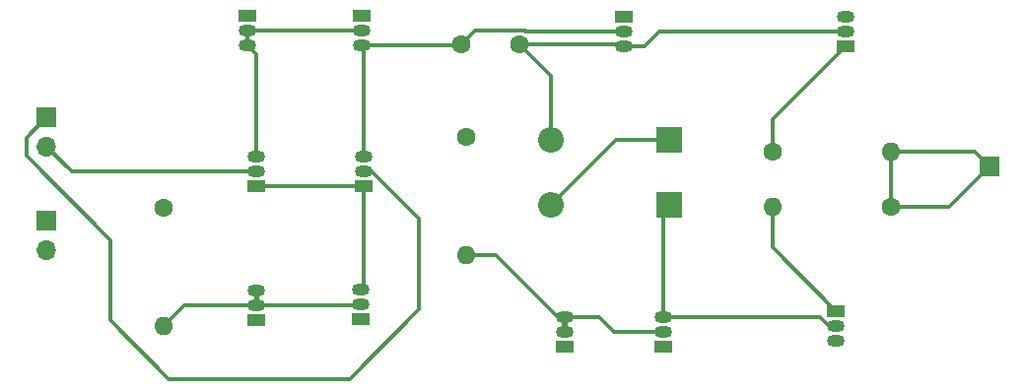
<source format=gbr>
%TF.GenerationSoftware,KiCad,Pcbnew,8.0.4*%
%TF.CreationDate,2024-10-21T15:09:54+02:00*%
%TF.ProjectId,GiugAmp_301,47697567-416d-4705-9f33-30312e6b6963,rev?*%
%TF.SameCoordinates,Original*%
%TF.FileFunction,Copper,L1,Top*%
%TF.FilePolarity,Positive*%
%FSLAX46Y46*%
G04 Gerber Fmt 4.6, Leading zero omitted, Abs format (unit mm)*
G04 Created by KiCad (PCBNEW 8.0.4) date 2024-10-21 15:09:54*
%MOMM*%
%LPD*%
G01*
G04 APERTURE LIST*
%TA.AperFunction,ComponentPad*%
%ADD10R,1.700000X1.700000*%
%TD*%
%TA.AperFunction,ComponentPad*%
%ADD11O,1.700000X1.700000*%
%TD*%
%TA.AperFunction,ComponentPad*%
%ADD12R,2.200000X2.200000*%
%TD*%
%TA.AperFunction,ComponentPad*%
%ADD13O,2.200000X2.200000*%
%TD*%
%TA.AperFunction,ComponentPad*%
%ADD14R,1.500000X1.050000*%
%TD*%
%TA.AperFunction,ComponentPad*%
%ADD15O,1.500000X1.050000*%
%TD*%
%TA.AperFunction,ComponentPad*%
%ADD16C,1.600000*%
%TD*%
%TA.AperFunction,ComponentPad*%
%ADD17O,1.600000X1.600000*%
%TD*%
%TA.AperFunction,Conductor*%
%ADD18C,0.350000*%
%TD*%
%TA.AperFunction,Conductor*%
%ADD19C,0.300000*%
%TD*%
%TA.AperFunction,Conductor*%
%ADD20C,0.400000*%
%TD*%
%TA.AperFunction,Conductor*%
%ADD21C,0.500000*%
%TD*%
G04 APERTURE END LIST*
D10*
%TO.P,PWR_IN,1,Pin_1*%
%TO.N,VCC*%
X76000000Y-81125000D03*
D11*
%TO.P,PWR_IN,2,Pin_2*%
%TO.N,VEE*%
X76000000Y-83665000D03*
%TD*%
D10*
%TO.P,OUT,1,Pin_1*%
%TO.N,OUT*%
X157000000Y-76500000D03*
%TD*%
D12*
%TO.P,D2,1,K*%
%TO.N,Net-(D2-K)*%
X129480000Y-79800000D03*
D13*
%TO.P,D2,2,A*%
%TO.N,Net-(D1-K)*%
X119320000Y-79800000D03*
%TD*%
D14*
%TO.P,Q8,1,E*%
%TO.N,Net-(Q8-E)*%
X144600000Y-66140000D03*
D15*
%TO.P,Q8,2,B*%
%TO.N,Net-(D1-A)*%
X144600000Y-64870000D03*
%TO.P,Q8,3,C*%
%TO.N,VCC*%
X144600000Y-63600000D03*
%TD*%
D14*
%TO.P,Q3,1,E*%
%TO.N,Net-(Q3-E)*%
X94000000Y-78200000D03*
D15*
%TO.P,Q3,2,B*%
%TO.N,V-*%
X94000000Y-76930000D03*
%TO.P,Q3,3,C*%
%TO.N,Net-(Q1-B)*%
X94000000Y-75660000D03*
%TD*%
D14*
%TO.P,Q6,1,E*%
%TO.N,VEE*%
X94000000Y-89670000D03*
D15*
%TO.P,Q6,2,B*%
%TO.N,Net-(Q5-B)*%
X94000000Y-88400000D03*
%TO.P,Q6,3,C*%
X94000000Y-87130000D03*
%TD*%
D14*
%TO.P,Q10,1,E*%
%TO.N,VEE*%
X129000000Y-92000000D03*
D15*
%TO.P,Q10,2,B*%
%TO.N,Net-(Q10-B)*%
X129000000Y-90730000D03*
%TO.P,Q10,3,C*%
%TO.N,Net-(D2-K)*%
X129000000Y-89460000D03*
%TD*%
D14*
%TO.P,Q9,1,E*%
%TO.N,VEE*%
X120500000Y-92000000D03*
D15*
%TO.P,Q9,2,B*%
%TO.N,Net-(Q10-B)*%
X120500000Y-90730000D03*
%TO.P,Q9,3,C*%
X120500000Y-89460000D03*
%TD*%
D14*
%TO.P,Q7,1,E*%
%TO.N,VCC*%
X125600000Y-63600000D03*
D15*
%TO.P,Q7,2,B*%
%TO.N,Net-(Q2-C)*%
X125600000Y-64870000D03*
%TO.P,Q7,3,C*%
%TO.N,Net-(D1-A)*%
X125600000Y-66140000D03*
%TD*%
D14*
%TO.P,Q11,1,E*%
%TO.N,Net-(Q11-E)*%
X143800000Y-88930000D03*
D15*
%TO.P,Q11,2,B*%
%TO.N,Net-(D2-K)*%
X143800000Y-90200000D03*
%TO.P,Q11,3,C*%
%TO.N,VEE*%
X143800000Y-91470000D03*
%TD*%
D12*
%TO.P,D1,1,K*%
%TO.N,Net-(D1-K)*%
X129480000Y-74200000D03*
D13*
%TO.P,D1,2,A*%
%TO.N,Net-(D1-A)*%
X119320000Y-74200000D03*
%TD*%
D16*
%TO.P,C1,2*%
%TO.N,Net-(Q2-C)*%
X111600000Y-66000000D03*
%TO.P,C1,1*%
%TO.N,Net-(D1-A)*%
X116600000Y-66000000D03*
%TD*%
D14*
%TO.P,Q2,1,E*%
%TO.N,VCC*%
X103040000Y-63530000D03*
D15*
%TO.P,Q2,2,B*%
%TO.N,Net-(Q1-B)*%
X103040000Y-64800000D03*
%TO.P,Q2,3,C*%
%TO.N,Net-(Q2-C)*%
X103040000Y-66070000D03*
%TD*%
D16*
%TO.P,R3,1*%
%TO.N,Net-(Q8-E)*%
X138320000Y-75200000D03*
D17*
%TO.P,R3,2*%
%TO.N,OUT*%
X148480000Y-75200000D03*
%TD*%
D16*
%TO.P,R1,1*%
%TO.N,VCC*%
X86000000Y-80040000D03*
D17*
%TO.P,R1,2*%
%TO.N,Net-(Q5-B)*%
X86000000Y-90200000D03*
%TD*%
D15*
%TO.P,Q4,3,C*%
%TO.N,Net-(Q2-C)*%
X103200000Y-75660000D03*
%TO.P,Q4,2,B*%
%TO.N,V+*%
X103200000Y-76930000D03*
D14*
%TO.P,Q4,1,E*%
%TO.N,Net-(Q3-E)*%
X103200000Y-78200000D03*
%TD*%
D10*
%TO.P,IN,1,Pin_1*%
%TO.N,V+*%
X76000000Y-72260000D03*
D11*
%TO.P,IN,2,Pin_2*%
%TO.N,V-*%
X76000000Y-74800000D03*
%TD*%
D14*
%TO.P,Q1,1,E*%
%TO.N,VCC*%
X93240000Y-63530000D03*
D15*
%TO.P,Q1,2,B*%
%TO.N,Net-(Q1-B)*%
X93240000Y-64800000D03*
%TO.P,Q1,3,C*%
X93240000Y-66070000D03*
%TD*%
D16*
%TO.P,R4,1*%
%TO.N,OUT*%
X148480000Y-80000000D03*
D17*
%TO.P,R4,2*%
%TO.N,Net-(Q11-E)*%
X138320000Y-80000000D03*
%TD*%
D14*
%TO.P,Q5,1,E*%
%TO.N,VEE*%
X103000000Y-89600000D03*
D15*
%TO.P,Q5,2,B*%
%TO.N,Net-(Q5-B)*%
X103000000Y-88330000D03*
%TO.P,Q5,3,C*%
%TO.N,Net-(Q3-E)*%
X103000000Y-87060000D03*
%TD*%
D16*
%TO.P,R2,1*%
%TO.N,VCC*%
X112000000Y-74000000D03*
D17*
%TO.P,R2,2*%
%TO.N,Net-(Q10-B)*%
X112000000Y-84160000D03*
%TD*%
D18*
%TO.N,V+*%
X74250000Y-74010000D02*
X76000000Y-72260000D01*
X74250000Y-75600000D02*
X74250000Y-74010000D01*
X81500000Y-82850000D02*
X74250000Y-75600000D01*
X81500000Y-89750000D02*
X81500000Y-82850000D01*
X108000000Y-88750000D02*
X102000000Y-94750000D01*
X102000000Y-94750000D02*
X86500000Y-94750000D01*
X108000000Y-81025000D02*
X108000000Y-88750000D01*
X86500000Y-94750000D02*
X81500000Y-89750000D01*
X103905000Y-76930000D02*
X108000000Y-81025000D01*
X103200000Y-76930000D02*
X103905000Y-76930000D01*
D19*
%TO.N,Net-(D1-A)*%
X119320000Y-74200000D02*
X119320000Y-68720000D01*
X125460000Y-66000000D02*
X125600000Y-66140000D01*
X119320000Y-68720000D02*
X116600000Y-66000000D01*
X125600000Y-66140000D02*
X127350000Y-66140000D01*
X128620000Y-64870000D02*
X144600000Y-64870000D01*
X127350000Y-66140000D02*
X128620000Y-64870000D01*
X116600000Y-66000000D02*
X125460000Y-66000000D01*
%TO.N,Net-(D1-K)*%
X129480000Y-74200000D02*
X124920000Y-74200000D01*
X124920000Y-74200000D02*
X119320000Y-79800000D01*
%TO.N,Net-(D2-K)*%
X143200000Y-90200000D02*
X143800000Y-90200000D01*
X129000000Y-80280000D02*
X129480000Y-79800000D01*
X129000000Y-89460000D02*
X142460000Y-89460000D01*
X129000000Y-89460000D02*
X129000000Y-80280000D01*
X142460000Y-89460000D02*
X143200000Y-90200000D01*
%TO.N,V-*%
X76000000Y-74800000D02*
X78130000Y-76930000D01*
X78130000Y-76930000D02*
X94000000Y-76930000D01*
%TO.N,OUT*%
X155700000Y-75200000D02*
X157000000Y-76500000D01*
X148480000Y-80000000D02*
X148480000Y-75200000D01*
X148480000Y-75200000D02*
X155700000Y-75200000D01*
X153500000Y-80000000D02*
X157000000Y-76500000D01*
X148480000Y-80000000D02*
X153500000Y-80000000D01*
%TO.N,Net-(Q1-B)*%
X93240000Y-66070000D02*
X93240000Y-64800000D01*
X93240000Y-64800000D02*
X103040000Y-64800000D01*
X94000000Y-66830000D02*
X93240000Y-66070000D01*
X94000000Y-75660000D02*
X94000000Y-66830000D01*
%TO.N,Net-(Q2-C)*%
X125600000Y-64870000D02*
X117096346Y-64870000D01*
X117076346Y-64850000D02*
X112750000Y-64850000D01*
X112750000Y-64850000D02*
X111600000Y-66000000D01*
X111530000Y-66070000D02*
X111600000Y-66000000D01*
X103200000Y-75660000D02*
X103200000Y-66230000D01*
X103040000Y-66070000D02*
X111530000Y-66070000D01*
X117096346Y-64870000D02*
X117076346Y-64850000D01*
X103200000Y-66230000D02*
X103040000Y-66070000D01*
%TO.N,Net-(Q3-E)*%
X94000000Y-78200000D02*
X103200000Y-78200000D01*
X103200000Y-86860000D02*
X103000000Y-87060000D01*
X103200000Y-78200000D02*
X103200000Y-86860000D01*
D20*
%TO.N,Net-(Q5-B)*%
X94000000Y-88400000D02*
X94000000Y-87130000D01*
D19*
X102930000Y-88400000D02*
X103000000Y-88330000D01*
X86000000Y-90200000D02*
X87800000Y-88400000D01*
X87800000Y-88400000D02*
X94000000Y-88400000D01*
X94000000Y-88400000D02*
X102930000Y-88400000D01*
%TO.N,Net-(Q8-E)*%
X138320000Y-72420000D02*
X144600000Y-66140000D01*
X138320000Y-75200000D02*
X138320000Y-72420000D01*
%TO.N,Net-(Q10-B)*%
X123460000Y-89460000D02*
X124750000Y-90750000D01*
X119860000Y-89460000D02*
X114560000Y-84160000D01*
D21*
X120500000Y-90730000D02*
X120500000Y-89460000D01*
D19*
X124770000Y-90730000D02*
X129000000Y-90730000D01*
X124750000Y-90750000D02*
X124770000Y-90730000D01*
X112000000Y-84160000D02*
X114560000Y-84160000D01*
X120500000Y-89460000D02*
X119860000Y-89460000D01*
X120500000Y-89460000D02*
X123460000Y-89460000D01*
%TO.N,Net-(Q11-E)*%
X138320000Y-83450000D02*
X143800000Y-88930000D01*
X138320000Y-80000000D02*
X138320000Y-83450000D01*
%TD*%
M02*

</source>
